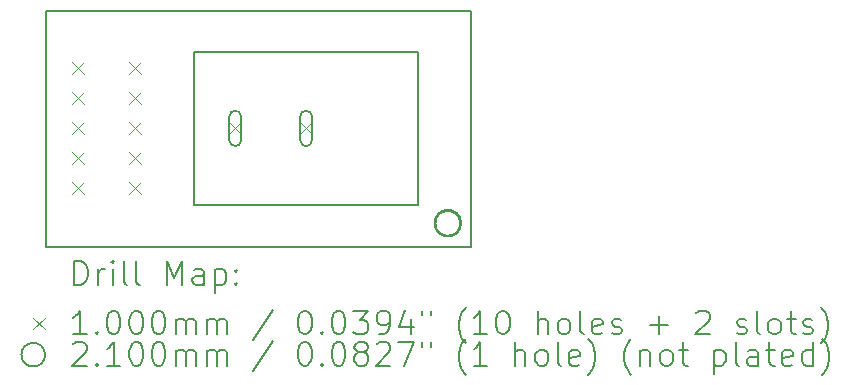
<source format=gbr>
%TF.GenerationSoftware,KiCad,Pcbnew,7.0.2-0*%
%TF.CreationDate,2023-08-02T16:53:46+09:00*%
%TF.ProjectId,LCD_board2,4c43445f-626f-4617-9264-322e6b696361,rev?*%
%TF.SameCoordinates,Original*%
%TF.FileFunction,Drillmap*%
%TF.FilePolarity,Positive*%
%FSLAX45Y45*%
G04 Gerber Fmt 4.5, Leading zero omitted, Abs format (unit mm)*
G04 Created by KiCad (PCBNEW 7.0.2-0) date 2023-08-02 16:53:46*
%MOMM*%
%LPD*%
G01*
G04 APERTURE LIST*
%ADD10C,0.200000*%
%ADD11C,0.100000*%
%ADD12C,0.210000*%
G04 APERTURE END LIST*
D10*
X13934400Y-9817100D02*
X15834400Y-9817100D01*
X16284400Y-9467100D02*
X12684400Y-9467100D01*
X16196900Y-11267100D02*
G75*
G03*
X16196900Y-11267100I-112500J0D01*
G01*
X16284400Y-11467100D02*
X16284400Y-9467100D01*
X15834400Y-11117100D02*
X13934400Y-11117100D01*
X12684400Y-9467100D02*
X12684400Y-11467100D01*
X13934400Y-11117100D02*
X13934400Y-9817100D01*
X12684400Y-11467100D02*
X16284400Y-11467100D01*
X15834400Y-9817100D02*
X15834400Y-11117100D01*
D11*
X12900000Y-9906800D02*
X13000000Y-10006800D01*
X13000000Y-9906800D02*
X12900000Y-10006800D01*
X12900000Y-10160800D02*
X13000000Y-10260800D01*
X13000000Y-10160800D02*
X12900000Y-10260800D01*
X12900000Y-10414800D02*
X13000000Y-10514800D01*
X13000000Y-10414800D02*
X12900000Y-10514800D01*
X12900000Y-10668800D02*
X13000000Y-10768800D01*
X13000000Y-10668800D02*
X12900000Y-10768800D01*
X12900000Y-10922800D02*
X13000000Y-11022800D01*
X13000000Y-10922800D02*
X12900000Y-11022800D01*
X13386600Y-9906800D02*
X13486600Y-10006800D01*
X13486600Y-9906800D02*
X13386600Y-10006800D01*
X13386600Y-10160800D02*
X13486600Y-10260800D01*
X13486600Y-10160800D02*
X13386600Y-10260800D01*
X13386600Y-10414800D02*
X13486600Y-10514800D01*
X13486600Y-10414800D02*
X13386600Y-10514800D01*
X13386600Y-10668800D02*
X13486600Y-10768800D01*
X13486600Y-10668800D02*
X13386600Y-10768800D01*
X13386600Y-10922800D02*
X13486600Y-11022800D01*
X13486600Y-10922800D02*
X13386600Y-11022800D01*
X14234400Y-10414800D02*
X14334400Y-10514800D01*
X14334400Y-10414800D02*
X14234400Y-10514800D01*
D10*
X14334400Y-10564800D02*
X14334400Y-10364800D01*
X14334400Y-10364800D02*
G75*
G03*
X14234400Y-10364800I-50000J0D01*
G01*
X14234400Y-10364800D02*
X14234400Y-10564800D01*
X14234400Y-10564800D02*
G75*
G03*
X14334400Y-10564800I50000J0D01*
G01*
D11*
X14834400Y-10414800D02*
X14934400Y-10514800D01*
X14934400Y-10414800D02*
X14834400Y-10514800D01*
D10*
X14934400Y-10564800D02*
X14934400Y-10364800D01*
X14934400Y-10364800D02*
G75*
G03*
X14834400Y-10364800I-50000J0D01*
G01*
X14834400Y-10364800D02*
X14834400Y-10564800D01*
X14834400Y-10564800D02*
G75*
G03*
X14934400Y-10564800I50000J0D01*
G01*
D12*
X16189366Y-11268733D02*
G75*
G03*
X16189366Y-11268733I-105000J0D01*
G01*
D10*
X12922019Y-11789624D02*
X12922019Y-11589624D01*
X12922019Y-11589624D02*
X12969638Y-11589624D01*
X12969638Y-11589624D02*
X12998209Y-11599148D01*
X12998209Y-11599148D02*
X13017257Y-11618195D01*
X13017257Y-11618195D02*
X13026781Y-11637243D01*
X13026781Y-11637243D02*
X13036305Y-11675338D01*
X13036305Y-11675338D02*
X13036305Y-11703909D01*
X13036305Y-11703909D02*
X13026781Y-11742005D01*
X13026781Y-11742005D02*
X13017257Y-11761052D01*
X13017257Y-11761052D02*
X12998209Y-11780100D01*
X12998209Y-11780100D02*
X12969638Y-11789624D01*
X12969638Y-11789624D02*
X12922019Y-11789624D01*
X13122019Y-11789624D02*
X13122019Y-11656290D01*
X13122019Y-11694386D02*
X13131543Y-11675338D01*
X13131543Y-11675338D02*
X13141067Y-11665814D01*
X13141067Y-11665814D02*
X13160114Y-11656290D01*
X13160114Y-11656290D02*
X13179162Y-11656290D01*
X13245828Y-11789624D02*
X13245828Y-11656290D01*
X13245828Y-11589624D02*
X13236305Y-11599148D01*
X13236305Y-11599148D02*
X13245828Y-11608671D01*
X13245828Y-11608671D02*
X13255352Y-11599148D01*
X13255352Y-11599148D02*
X13245828Y-11589624D01*
X13245828Y-11589624D02*
X13245828Y-11608671D01*
X13369638Y-11789624D02*
X13350590Y-11780100D01*
X13350590Y-11780100D02*
X13341067Y-11761052D01*
X13341067Y-11761052D02*
X13341067Y-11589624D01*
X13474400Y-11789624D02*
X13455352Y-11780100D01*
X13455352Y-11780100D02*
X13445828Y-11761052D01*
X13445828Y-11761052D02*
X13445828Y-11589624D01*
X13702971Y-11789624D02*
X13702971Y-11589624D01*
X13702971Y-11589624D02*
X13769638Y-11732481D01*
X13769638Y-11732481D02*
X13836305Y-11589624D01*
X13836305Y-11589624D02*
X13836305Y-11789624D01*
X14017257Y-11789624D02*
X14017257Y-11684862D01*
X14017257Y-11684862D02*
X14007733Y-11665814D01*
X14007733Y-11665814D02*
X13988686Y-11656290D01*
X13988686Y-11656290D02*
X13950590Y-11656290D01*
X13950590Y-11656290D02*
X13931543Y-11665814D01*
X14017257Y-11780100D02*
X13998209Y-11789624D01*
X13998209Y-11789624D02*
X13950590Y-11789624D01*
X13950590Y-11789624D02*
X13931543Y-11780100D01*
X13931543Y-11780100D02*
X13922019Y-11761052D01*
X13922019Y-11761052D02*
X13922019Y-11742005D01*
X13922019Y-11742005D02*
X13931543Y-11722957D01*
X13931543Y-11722957D02*
X13950590Y-11713433D01*
X13950590Y-11713433D02*
X13998209Y-11713433D01*
X13998209Y-11713433D02*
X14017257Y-11703909D01*
X14112495Y-11656290D02*
X14112495Y-11856290D01*
X14112495Y-11665814D02*
X14131543Y-11656290D01*
X14131543Y-11656290D02*
X14169638Y-11656290D01*
X14169638Y-11656290D02*
X14188686Y-11665814D01*
X14188686Y-11665814D02*
X14198209Y-11675338D01*
X14198209Y-11675338D02*
X14207733Y-11694386D01*
X14207733Y-11694386D02*
X14207733Y-11751528D01*
X14207733Y-11751528D02*
X14198209Y-11770576D01*
X14198209Y-11770576D02*
X14188686Y-11780100D01*
X14188686Y-11780100D02*
X14169638Y-11789624D01*
X14169638Y-11789624D02*
X14131543Y-11789624D01*
X14131543Y-11789624D02*
X14112495Y-11780100D01*
X14293448Y-11770576D02*
X14302971Y-11780100D01*
X14302971Y-11780100D02*
X14293448Y-11789624D01*
X14293448Y-11789624D02*
X14283924Y-11780100D01*
X14283924Y-11780100D02*
X14293448Y-11770576D01*
X14293448Y-11770576D02*
X14293448Y-11789624D01*
X14293448Y-11665814D02*
X14302971Y-11675338D01*
X14302971Y-11675338D02*
X14293448Y-11684862D01*
X14293448Y-11684862D02*
X14283924Y-11675338D01*
X14283924Y-11675338D02*
X14293448Y-11665814D01*
X14293448Y-11665814D02*
X14293448Y-11684862D01*
D11*
X12574400Y-12067100D02*
X12674400Y-12167100D01*
X12674400Y-12067100D02*
X12574400Y-12167100D01*
D10*
X13026781Y-12209624D02*
X12912495Y-12209624D01*
X12969638Y-12209624D02*
X12969638Y-12009624D01*
X12969638Y-12009624D02*
X12950590Y-12038195D01*
X12950590Y-12038195D02*
X12931543Y-12057243D01*
X12931543Y-12057243D02*
X12912495Y-12066767D01*
X13112495Y-12190576D02*
X13122019Y-12200100D01*
X13122019Y-12200100D02*
X13112495Y-12209624D01*
X13112495Y-12209624D02*
X13102971Y-12200100D01*
X13102971Y-12200100D02*
X13112495Y-12190576D01*
X13112495Y-12190576D02*
X13112495Y-12209624D01*
X13245828Y-12009624D02*
X13264876Y-12009624D01*
X13264876Y-12009624D02*
X13283924Y-12019148D01*
X13283924Y-12019148D02*
X13293448Y-12028671D01*
X13293448Y-12028671D02*
X13302971Y-12047719D01*
X13302971Y-12047719D02*
X13312495Y-12085814D01*
X13312495Y-12085814D02*
X13312495Y-12133433D01*
X13312495Y-12133433D02*
X13302971Y-12171528D01*
X13302971Y-12171528D02*
X13293448Y-12190576D01*
X13293448Y-12190576D02*
X13283924Y-12200100D01*
X13283924Y-12200100D02*
X13264876Y-12209624D01*
X13264876Y-12209624D02*
X13245828Y-12209624D01*
X13245828Y-12209624D02*
X13226781Y-12200100D01*
X13226781Y-12200100D02*
X13217257Y-12190576D01*
X13217257Y-12190576D02*
X13207733Y-12171528D01*
X13207733Y-12171528D02*
X13198209Y-12133433D01*
X13198209Y-12133433D02*
X13198209Y-12085814D01*
X13198209Y-12085814D02*
X13207733Y-12047719D01*
X13207733Y-12047719D02*
X13217257Y-12028671D01*
X13217257Y-12028671D02*
X13226781Y-12019148D01*
X13226781Y-12019148D02*
X13245828Y-12009624D01*
X13436305Y-12009624D02*
X13455352Y-12009624D01*
X13455352Y-12009624D02*
X13474400Y-12019148D01*
X13474400Y-12019148D02*
X13483924Y-12028671D01*
X13483924Y-12028671D02*
X13493448Y-12047719D01*
X13493448Y-12047719D02*
X13502971Y-12085814D01*
X13502971Y-12085814D02*
X13502971Y-12133433D01*
X13502971Y-12133433D02*
X13493448Y-12171528D01*
X13493448Y-12171528D02*
X13483924Y-12190576D01*
X13483924Y-12190576D02*
X13474400Y-12200100D01*
X13474400Y-12200100D02*
X13455352Y-12209624D01*
X13455352Y-12209624D02*
X13436305Y-12209624D01*
X13436305Y-12209624D02*
X13417257Y-12200100D01*
X13417257Y-12200100D02*
X13407733Y-12190576D01*
X13407733Y-12190576D02*
X13398209Y-12171528D01*
X13398209Y-12171528D02*
X13388686Y-12133433D01*
X13388686Y-12133433D02*
X13388686Y-12085814D01*
X13388686Y-12085814D02*
X13398209Y-12047719D01*
X13398209Y-12047719D02*
X13407733Y-12028671D01*
X13407733Y-12028671D02*
X13417257Y-12019148D01*
X13417257Y-12019148D02*
X13436305Y-12009624D01*
X13626781Y-12009624D02*
X13645829Y-12009624D01*
X13645829Y-12009624D02*
X13664876Y-12019148D01*
X13664876Y-12019148D02*
X13674400Y-12028671D01*
X13674400Y-12028671D02*
X13683924Y-12047719D01*
X13683924Y-12047719D02*
X13693448Y-12085814D01*
X13693448Y-12085814D02*
X13693448Y-12133433D01*
X13693448Y-12133433D02*
X13683924Y-12171528D01*
X13683924Y-12171528D02*
X13674400Y-12190576D01*
X13674400Y-12190576D02*
X13664876Y-12200100D01*
X13664876Y-12200100D02*
X13645829Y-12209624D01*
X13645829Y-12209624D02*
X13626781Y-12209624D01*
X13626781Y-12209624D02*
X13607733Y-12200100D01*
X13607733Y-12200100D02*
X13598209Y-12190576D01*
X13598209Y-12190576D02*
X13588686Y-12171528D01*
X13588686Y-12171528D02*
X13579162Y-12133433D01*
X13579162Y-12133433D02*
X13579162Y-12085814D01*
X13579162Y-12085814D02*
X13588686Y-12047719D01*
X13588686Y-12047719D02*
X13598209Y-12028671D01*
X13598209Y-12028671D02*
X13607733Y-12019148D01*
X13607733Y-12019148D02*
X13626781Y-12009624D01*
X13779162Y-12209624D02*
X13779162Y-12076290D01*
X13779162Y-12095338D02*
X13788686Y-12085814D01*
X13788686Y-12085814D02*
X13807733Y-12076290D01*
X13807733Y-12076290D02*
X13836305Y-12076290D01*
X13836305Y-12076290D02*
X13855352Y-12085814D01*
X13855352Y-12085814D02*
X13864876Y-12104862D01*
X13864876Y-12104862D02*
X13864876Y-12209624D01*
X13864876Y-12104862D02*
X13874400Y-12085814D01*
X13874400Y-12085814D02*
X13893448Y-12076290D01*
X13893448Y-12076290D02*
X13922019Y-12076290D01*
X13922019Y-12076290D02*
X13941067Y-12085814D01*
X13941067Y-12085814D02*
X13950590Y-12104862D01*
X13950590Y-12104862D02*
X13950590Y-12209624D01*
X14045829Y-12209624D02*
X14045829Y-12076290D01*
X14045829Y-12095338D02*
X14055352Y-12085814D01*
X14055352Y-12085814D02*
X14074400Y-12076290D01*
X14074400Y-12076290D02*
X14102971Y-12076290D01*
X14102971Y-12076290D02*
X14122019Y-12085814D01*
X14122019Y-12085814D02*
X14131543Y-12104862D01*
X14131543Y-12104862D02*
X14131543Y-12209624D01*
X14131543Y-12104862D02*
X14141067Y-12085814D01*
X14141067Y-12085814D02*
X14160114Y-12076290D01*
X14160114Y-12076290D02*
X14188686Y-12076290D01*
X14188686Y-12076290D02*
X14207733Y-12085814D01*
X14207733Y-12085814D02*
X14217257Y-12104862D01*
X14217257Y-12104862D02*
X14217257Y-12209624D01*
X14607733Y-12000100D02*
X14436305Y-12257243D01*
X14864876Y-12009624D02*
X14883924Y-12009624D01*
X14883924Y-12009624D02*
X14902972Y-12019148D01*
X14902972Y-12019148D02*
X14912495Y-12028671D01*
X14912495Y-12028671D02*
X14922019Y-12047719D01*
X14922019Y-12047719D02*
X14931543Y-12085814D01*
X14931543Y-12085814D02*
X14931543Y-12133433D01*
X14931543Y-12133433D02*
X14922019Y-12171528D01*
X14922019Y-12171528D02*
X14912495Y-12190576D01*
X14912495Y-12190576D02*
X14902972Y-12200100D01*
X14902972Y-12200100D02*
X14883924Y-12209624D01*
X14883924Y-12209624D02*
X14864876Y-12209624D01*
X14864876Y-12209624D02*
X14845829Y-12200100D01*
X14845829Y-12200100D02*
X14836305Y-12190576D01*
X14836305Y-12190576D02*
X14826781Y-12171528D01*
X14826781Y-12171528D02*
X14817257Y-12133433D01*
X14817257Y-12133433D02*
X14817257Y-12085814D01*
X14817257Y-12085814D02*
X14826781Y-12047719D01*
X14826781Y-12047719D02*
X14836305Y-12028671D01*
X14836305Y-12028671D02*
X14845829Y-12019148D01*
X14845829Y-12019148D02*
X14864876Y-12009624D01*
X15017257Y-12190576D02*
X15026781Y-12200100D01*
X15026781Y-12200100D02*
X15017257Y-12209624D01*
X15017257Y-12209624D02*
X15007733Y-12200100D01*
X15007733Y-12200100D02*
X15017257Y-12190576D01*
X15017257Y-12190576D02*
X15017257Y-12209624D01*
X15150591Y-12009624D02*
X15169638Y-12009624D01*
X15169638Y-12009624D02*
X15188686Y-12019148D01*
X15188686Y-12019148D02*
X15198210Y-12028671D01*
X15198210Y-12028671D02*
X15207733Y-12047719D01*
X15207733Y-12047719D02*
X15217257Y-12085814D01*
X15217257Y-12085814D02*
X15217257Y-12133433D01*
X15217257Y-12133433D02*
X15207733Y-12171528D01*
X15207733Y-12171528D02*
X15198210Y-12190576D01*
X15198210Y-12190576D02*
X15188686Y-12200100D01*
X15188686Y-12200100D02*
X15169638Y-12209624D01*
X15169638Y-12209624D02*
X15150591Y-12209624D01*
X15150591Y-12209624D02*
X15131543Y-12200100D01*
X15131543Y-12200100D02*
X15122019Y-12190576D01*
X15122019Y-12190576D02*
X15112495Y-12171528D01*
X15112495Y-12171528D02*
X15102972Y-12133433D01*
X15102972Y-12133433D02*
X15102972Y-12085814D01*
X15102972Y-12085814D02*
X15112495Y-12047719D01*
X15112495Y-12047719D02*
X15122019Y-12028671D01*
X15122019Y-12028671D02*
X15131543Y-12019148D01*
X15131543Y-12019148D02*
X15150591Y-12009624D01*
X15283924Y-12009624D02*
X15407733Y-12009624D01*
X15407733Y-12009624D02*
X15341067Y-12085814D01*
X15341067Y-12085814D02*
X15369638Y-12085814D01*
X15369638Y-12085814D02*
X15388686Y-12095338D01*
X15388686Y-12095338D02*
X15398210Y-12104862D01*
X15398210Y-12104862D02*
X15407733Y-12123909D01*
X15407733Y-12123909D02*
X15407733Y-12171528D01*
X15407733Y-12171528D02*
X15398210Y-12190576D01*
X15398210Y-12190576D02*
X15388686Y-12200100D01*
X15388686Y-12200100D02*
X15369638Y-12209624D01*
X15369638Y-12209624D02*
X15312495Y-12209624D01*
X15312495Y-12209624D02*
X15293448Y-12200100D01*
X15293448Y-12200100D02*
X15283924Y-12190576D01*
X15502972Y-12209624D02*
X15541067Y-12209624D01*
X15541067Y-12209624D02*
X15560114Y-12200100D01*
X15560114Y-12200100D02*
X15569638Y-12190576D01*
X15569638Y-12190576D02*
X15588686Y-12162005D01*
X15588686Y-12162005D02*
X15598210Y-12123909D01*
X15598210Y-12123909D02*
X15598210Y-12047719D01*
X15598210Y-12047719D02*
X15588686Y-12028671D01*
X15588686Y-12028671D02*
X15579162Y-12019148D01*
X15579162Y-12019148D02*
X15560114Y-12009624D01*
X15560114Y-12009624D02*
X15522019Y-12009624D01*
X15522019Y-12009624D02*
X15502972Y-12019148D01*
X15502972Y-12019148D02*
X15493448Y-12028671D01*
X15493448Y-12028671D02*
X15483924Y-12047719D01*
X15483924Y-12047719D02*
X15483924Y-12095338D01*
X15483924Y-12095338D02*
X15493448Y-12114386D01*
X15493448Y-12114386D02*
X15502972Y-12123909D01*
X15502972Y-12123909D02*
X15522019Y-12133433D01*
X15522019Y-12133433D02*
X15560114Y-12133433D01*
X15560114Y-12133433D02*
X15579162Y-12123909D01*
X15579162Y-12123909D02*
X15588686Y-12114386D01*
X15588686Y-12114386D02*
X15598210Y-12095338D01*
X15769638Y-12076290D02*
X15769638Y-12209624D01*
X15722019Y-12000100D02*
X15674400Y-12142957D01*
X15674400Y-12142957D02*
X15798210Y-12142957D01*
X15864876Y-12009624D02*
X15864876Y-12047719D01*
X15941067Y-12009624D02*
X15941067Y-12047719D01*
X16236305Y-12285814D02*
X16226781Y-12276290D01*
X16226781Y-12276290D02*
X16207734Y-12247719D01*
X16207734Y-12247719D02*
X16198210Y-12228671D01*
X16198210Y-12228671D02*
X16188686Y-12200100D01*
X16188686Y-12200100D02*
X16179162Y-12152481D01*
X16179162Y-12152481D02*
X16179162Y-12114386D01*
X16179162Y-12114386D02*
X16188686Y-12066767D01*
X16188686Y-12066767D02*
X16198210Y-12038195D01*
X16198210Y-12038195D02*
X16207734Y-12019148D01*
X16207734Y-12019148D02*
X16226781Y-11990576D01*
X16226781Y-11990576D02*
X16236305Y-11981052D01*
X16417257Y-12209624D02*
X16302972Y-12209624D01*
X16360114Y-12209624D02*
X16360114Y-12009624D01*
X16360114Y-12009624D02*
X16341067Y-12038195D01*
X16341067Y-12038195D02*
X16322019Y-12057243D01*
X16322019Y-12057243D02*
X16302972Y-12066767D01*
X16541067Y-12009624D02*
X16560115Y-12009624D01*
X16560115Y-12009624D02*
X16579162Y-12019148D01*
X16579162Y-12019148D02*
X16588686Y-12028671D01*
X16588686Y-12028671D02*
X16598210Y-12047719D01*
X16598210Y-12047719D02*
X16607734Y-12085814D01*
X16607734Y-12085814D02*
X16607734Y-12133433D01*
X16607734Y-12133433D02*
X16598210Y-12171528D01*
X16598210Y-12171528D02*
X16588686Y-12190576D01*
X16588686Y-12190576D02*
X16579162Y-12200100D01*
X16579162Y-12200100D02*
X16560115Y-12209624D01*
X16560115Y-12209624D02*
X16541067Y-12209624D01*
X16541067Y-12209624D02*
X16522019Y-12200100D01*
X16522019Y-12200100D02*
X16512495Y-12190576D01*
X16512495Y-12190576D02*
X16502972Y-12171528D01*
X16502972Y-12171528D02*
X16493448Y-12133433D01*
X16493448Y-12133433D02*
X16493448Y-12085814D01*
X16493448Y-12085814D02*
X16502972Y-12047719D01*
X16502972Y-12047719D02*
X16512495Y-12028671D01*
X16512495Y-12028671D02*
X16522019Y-12019148D01*
X16522019Y-12019148D02*
X16541067Y-12009624D01*
X16845829Y-12209624D02*
X16845829Y-12009624D01*
X16931543Y-12209624D02*
X16931543Y-12104862D01*
X16931543Y-12104862D02*
X16922019Y-12085814D01*
X16922019Y-12085814D02*
X16902972Y-12076290D01*
X16902972Y-12076290D02*
X16874400Y-12076290D01*
X16874400Y-12076290D02*
X16855353Y-12085814D01*
X16855353Y-12085814D02*
X16845829Y-12095338D01*
X17055353Y-12209624D02*
X17036305Y-12200100D01*
X17036305Y-12200100D02*
X17026781Y-12190576D01*
X17026781Y-12190576D02*
X17017258Y-12171528D01*
X17017258Y-12171528D02*
X17017258Y-12114386D01*
X17017258Y-12114386D02*
X17026781Y-12095338D01*
X17026781Y-12095338D02*
X17036305Y-12085814D01*
X17036305Y-12085814D02*
X17055353Y-12076290D01*
X17055353Y-12076290D02*
X17083924Y-12076290D01*
X17083924Y-12076290D02*
X17102972Y-12085814D01*
X17102972Y-12085814D02*
X17112496Y-12095338D01*
X17112496Y-12095338D02*
X17122019Y-12114386D01*
X17122019Y-12114386D02*
X17122019Y-12171528D01*
X17122019Y-12171528D02*
X17112496Y-12190576D01*
X17112496Y-12190576D02*
X17102972Y-12200100D01*
X17102972Y-12200100D02*
X17083924Y-12209624D01*
X17083924Y-12209624D02*
X17055353Y-12209624D01*
X17236305Y-12209624D02*
X17217258Y-12200100D01*
X17217258Y-12200100D02*
X17207734Y-12181052D01*
X17207734Y-12181052D02*
X17207734Y-12009624D01*
X17388686Y-12200100D02*
X17369639Y-12209624D01*
X17369639Y-12209624D02*
X17331543Y-12209624D01*
X17331543Y-12209624D02*
X17312496Y-12200100D01*
X17312496Y-12200100D02*
X17302972Y-12181052D01*
X17302972Y-12181052D02*
X17302972Y-12104862D01*
X17302972Y-12104862D02*
X17312496Y-12085814D01*
X17312496Y-12085814D02*
X17331543Y-12076290D01*
X17331543Y-12076290D02*
X17369639Y-12076290D01*
X17369639Y-12076290D02*
X17388686Y-12085814D01*
X17388686Y-12085814D02*
X17398210Y-12104862D01*
X17398210Y-12104862D02*
X17398210Y-12123909D01*
X17398210Y-12123909D02*
X17302972Y-12142957D01*
X17474400Y-12200100D02*
X17493448Y-12209624D01*
X17493448Y-12209624D02*
X17531543Y-12209624D01*
X17531543Y-12209624D02*
X17550591Y-12200100D01*
X17550591Y-12200100D02*
X17560115Y-12181052D01*
X17560115Y-12181052D02*
X17560115Y-12171528D01*
X17560115Y-12171528D02*
X17550591Y-12152481D01*
X17550591Y-12152481D02*
X17531543Y-12142957D01*
X17531543Y-12142957D02*
X17502972Y-12142957D01*
X17502972Y-12142957D02*
X17483924Y-12133433D01*
X17483924Y-12133433D02*
X17474400Y-12114386D01*
X17474400Y-12114386D02*
X17474400Y-12104862D01*
X17474400Y-12104862D02*
X17483924Y-12085814D01*
X17483924Y-12085814D02*
X17502972Y-12076290D01*
X17502972Y-12076290D02*
X17531543Y-12076290D01*
X17531543Y-12076290D02*
X17550591Y-12085814D01*
X17798210Y-12133433D02*
X17950591Y-12133433D01*
X17874401Y-12209624D02*
X17874401Y-12057243D01*
X18188686Y-12028671D02*
X18198210Y-12019148D01*
X18198210Y-12019148D02*
X18217258Y-12009624D01*
X18217258Y-12009624D02*
X18264877Y-12009624D01*
X18264877Y-12009624D02*
X18283924Y-12019148D01*
X18283924Y-12019148D02*
X18293448Y-12028671D01*
X18293448Y-12028671D02*
X18302972Y-12047719D01*
X18302972Y-12047719D02*
X18302972Y-12066767D01*
X18302972Y-12066767D02*
X18293448Y-12095338D01*
X18293448Y-12095338D02*
X18179162Y-12209624D01*
X18179162Y-12209624D02*
X18302972Y-12209624D01*
X18531543Y-12200100D02*
X18550591Y-12209624D01*
X18550591Y-12209624D02*
X18588686Y-12209624D01*
X18588686Y-12209624D02*
X18607734Y-12200100D01*
X18607734Y-12200100D02*
X18617258Y-12181052D01*
X18617258Y-12181052D02*
X18617258Y-12171528D01*
X18617258Y-12171528D02*
X18607734Y-12152481D01*
X18607734Y-12152481D02*
X18588686Y-12142957D01*
X18588686Y-12142957D02*
X18560115Y-12142957D01*
X18560115Y-12142957D02*
X18541067Y-12133433D01*
X18541067Y-12133433D02*
X18531543Y-12114386D01*
X18531543Y-12114386D02*
X18531543Y-12104862D01*
X18531543Y-12104862D02*
X18541067Y-12085814D01*
X18541067Y-12085814D02*
X18560115Y-12076290D01*
X18560115Y-12076290D02*
X18588686Y-12076290D01*
X18588686Y-12076290D02*
X18607734Y-12085814D01*
X18731543Y-12209624D02*
X18712496Y-12200100D01*
X18712496Y-12200100D02*
X18702972Y-12181052D01*
X18702972Y-12181052D02*
X18702972Y-12009624D01*
X18836305Y-12209624D02*
X18817258Y-12200100D01*
X18817258Y-12200100D02*
X18807734Y-12190576D01*
X18807734Y-12190576D02*
X18798210Y-12171528D01*
X18798210Y-12171528D02*
X18798210Y-12114386D01*
X18798210Y-12114386D02*
X18807734Y-12095338D01*
X18807734Y-12095338D02*
X18817258Y-12085814D01*
X18817258Y-12085814D02*
X18836305Y-12076290D01*
X18836305Y-12076290D02*
X18864877Y-12076290D01*
X18864877Y-12076290D02*
X18883924Y-12085814D01*
X18883924Y-12085814D02*
X18893448Y-12095338D01*
X18893448Y-12095338D02*
X18902972Y-12114386D01*
X18902972Y-12114386D02*
X18902972Y-12171528D01*
X18902972Y-12171528D02*
X18893448Y-12190576D01*
X18893448Y-12190576D02*
X18883924Y-12200100D01*
X18883924Y-12200100D02*
X18864877Y-12209624D01*
X18864877Y-12209624D02*
X18836305Y-12209624D01*
X18960115Y-12076290D02*
X19036305Y-12076290D01*
X18988686Y-12009624D02*
X18988686Y-12181052D01*
X18988686Y-12181052D02*
X18998210Y-12200100D01*
X18998210Y-12200100D02*
X19017258Y-12209624D01*
X19017258Y-12209624D02*
X19036305Y-12209624D01*
X19093448Y-12200100D02*
X19112496Y-12209624D01*
X19112496Y-12209624D02*
X19150591Y-12209624D01*
X19150591Y-12209624D02*
X19169639Y-12200100D01*
X19169639Y-12200100D02*
X19179163Y-12181052D01*
X19179163Y-12181052D02*
X19179163Y-12171528D01*
X19179163Y-12171528D02*
X19169639Y-12152481D01*
X19169639Y-12152481D02*
X19150591Y-12142957D01*
X19150591Y-12142957D02*
X19122020Y-12142957D01*
X19122020Y-12142957D02*
X19102972Y-12133433D01*
X19102972Y-12133433D02*
X19093448Y-12114386D01*
X19093448Y-12114386D02*
X19093448Y-12104862D01*
X19093448Y-12104862D02*
X19102972Y-12085814D01*
X19102972Y-12085814D02*
X19122020Y-12076290D01*
X19122020Y-12076290D02*
X19150591Y-12076290D01*
X19150591Y-12076290D02*
X19169639Y-12085814D01*
X19245829Y-12285814D02*
X19255353Y-12276290D01*
X19255353Y-12276290D02*
X19274401Y-12247719D01*
X19274401Y-12247719D02*
X19283924Y-12228671D01*
X19283924Y-12228671D02*
X19293448Y-12200100D01*
X19293448Y-12200100D02*
X19302972Y-12152481D01*
X19302972Y-12152481D02*
X19302972Y-12114386D01*
X19302972Y-12114386D02*
X19293448Y-12066767D01*
X19293448Y-12066767D02*
X19283924Y-12038195D01*
X19283924Y-12038195D02*
X19274401Y-12019148D01*
X19274401Y-12019148D02*
X19255353Y-11990576D01*
X19255353Y-11990576D02*
X19245829Y-11981052D01*
X12674400Y-12381100D02*
G75*
G03*
X12674400Y-12381100I-100000J0D01*
G01*
X12912495Y-12292671D02*
X12922019Y-12283148D01*
X12922019Y-12283148D02*
X12941067Y-12273624D01*
X12941067Y-12273624D02*
X12988686Y-12273624D01*
X12988686Y-12273624D02*
X13007733Y-12283148D01*
X13007733Y-12283148D02*
X13017257Y-12292671D01*
X13017257Y-12292671D02*
X13026781Y-12311719D01*
X13026781Y-12311719D02*
X13026781Y-12330767D01*
X13026781Y-12330767D02*
X13017257Y-12359338D01*
X13017257Y-12359338D02*
X12902971Y-12473624D01*
X12902971Y-12473624D02*
X13026781Y-12473624D01*
X13112495Y-12454576D02*
X13122019Y-12464100D01*
X13122019Y-12464100D02*
X13112495Y-12473624D01*
X13112495Y-12473624D02*
X13102971Y-12464100D01*
X13102971Y-12464100D02*
X13112495Y-12454576D01*
X13112495Y-12454576D02*
X13112495Y-12473624D01*
X13312495Y-12473624D02*
X13198209Y-12473624D01*
X13255352Y-12473624D02*
X13255352Y-12273624D01*
X13255352Y-12273624D02*
X13236305Y-12302195D01*
X13236305Y-12302195D02*
X13217257Y-12321243D01*
X13217257Y-12321243D02*
X13198209Y-12330767D01*
X13436305Y-12273624D02*
X13455352Y-12273624D01*
X13455352Y-12273624D02*
X13474400Y-12283148D01*
X13474400Y-12283148D02*
X13483924Y-12292671D01*
X13483924Y-12292671D02*
X13493448Y-12311719D01*
X13493448Y-12311719D02*
X13502971Y-12349814D01*
X13502971Y-12349814D02*
X13502971Y-12397433D01*
X13502971Y-12397433D02*
X13493448Y-12435528D01*
X13493448Y-12435528D02*
X13483924Y-12454576D01*
X13483924Y-12454576D02*
X13474400Y-12464100D01*
X13474400Y-12464100D02*
X13455352Y-12473624D01*
X13455352Y-12473624D02*
X13436305Y-12473624D01*
X13436305Y-12473624D02*
X13417257Y-12464100D01*
X13417257Y-12464100D02*
X13407733Y-12454576D01*
X13407733Y-12454576D02*
X13398209Y-12435528D01*
X13398209Y-12435528D02*
X13388686Y-12397433D01*
X13388686Y-12397433D02*
X13388686Y-12349814D01*
X13388686Y-12349814D02*
X13398209Y-12311719D01*
X13398209Y-12311719D02*
X13407733Y-12292671D01*
X13407733Y-12292671D02*
X13417257Y-12283148D01*
X13417257Y-12283148D02*
X13436305Y-12273624D01*
X13626781Y-12273624D02*
X13645829Y-12273624D01*
X13645829Y-12273624D02*
X13664876Y-12283148D01*
X13664876Y-12283148D02*
X13674400Y-12292671D01*
X13674400Y-12292671D02*
X13683924Y-12311719D01*
X13683924Y-12311719D02*
X13693448Y-12349814D01*
X13693448Y-12349814D02*
X13693448Y-12397433D01*
X13693448Y-12397433D02*
X13683924Y-12435528D01*
X13683924Y-12435528D02*
X13674400Y-12454576D01*
X13674400Y-12454576D02*
X13664876Y-12464100D01*
X13664876Y-12464100D02*
X13645829Y-12473624D01*
X13645829Y-12473624D02*
X13626781Y-12473624D01*
X13626781Y-12473624D02*
X13607733Y-12464100D01*
X13607733Y-12464100D02*
X13598209Y-12454576D01*
X13598209Y-12454576D02*
X13588686Y-12435528D01*
X13588686Y-12435528D02*
X13579162Y-12397433D01*
X13579162Y-12397433D02*
X13579162Y-12349814D01*
X13579162Y-12349814D02*
X13588686Y-12311719D01*
X13588686Y-12311719D02*
X13598209Y-12292671D01*
X13598209Y-12292671D02*
X13607733Y-12283148D01*
X13607733Y-12283148D02*
X13626781Y-12273624D01*
X13779162Y-12473624D02*
X13779162Y-12340290D01*
X13779162Y-12359338D02*
X13788686Y-12349814D01*
X13788686Y-12349814D02*
X13807733Y-12340290D01*
X13807733Y-12340290D02*
X13836305Y-12340290D01*
X13836305Y-12340290D02*
X13855352Y-12349814D01*
X13855352Y-12349814D02*
X13864876Y-12368862D01*
X13864876Y-12368862D02*
X13864876Y-12473624D01*
X13864876Y-12368862D02*
X13874400Y-12349814D01*
X13874400Y-12349814D02*
X13893448Y-12340290D01*
X13893448Y-12340290D02*
X13922019Y-12340290D01*
X13922019Y-12340290D02*
X13941067Y-12349814D01*
X13941067Y-12349814D02*
X13950590Y-12368862D01*
X13950590Y-12368862D02*
X13950590Y-12473624D01*
X14045829Y-12473624D02*
X14045829Y-12340290D01*
X14045829Y-12359338D02*
X14055352Y-12349814D01*
X14055352Y-12349814D02*
X14074400Y-12340290D01*
X14074400Y-12340290D02*
X14102971Y-12340290D01*
X14102971Y-12340290D02*
X14122019Y-12349814D01*
X14122019Y-12349814D02*
X14131543Y-12368862D01*
X14131543Y-12368862D02*
X14131543Y-12473624D01*
X14131543Y-12368862D02*
X14141067Y-12349814D01*
X14141067Y-12349814D02*
X14160114Y-12340290D01*
X14160114Y-12340290D02*
X14188686Y-12340290D01*
X14188686Y-12340290D02*
X14207733Y-12349814D01*
X14207733Y-12349814D02*
X14217257Y-12368862D01*
X14217257Y-12368862D02*
X14217257Y-12473624D01*
X14607733Y-12264100D02*
X14436305Y-12521243D01*
X14864876Y-12273624D02*
X14883924Y-12273624D01*
X14883924Y-12273624D02*
X14902972Y-12283148D01*
X14902972Y-12283148D02*
X14912495Y-12292671D01*
X14912495Y-12292671D02*
X14922019Y-12311719D01*
X14922019Y-12311719D02*
X14931543Y-12349814D01*
X14931543Y-12349814D02*
X14931543Y-12397433D01*
X14931543Y-12397433D02*
X14922019Y-12435528D01*
X14922019Y-12435528D02*
X14912495Y-12454576D01*
X14912495Y-12454576D02*
X14902972Y-12464100D01*
X14902972Y-12464100D02*
X14883924Y-12473624D01*
X14883924Y-12473624D02*
X14864876Y-12473624D01*
X14864876Y-12473624D02*
X14845829Y-12464100D01*
X14845829Y-12464100D02*
X14836305Y-12454576D01*
X14836305Y-12454576D02*
X14826781Y-12435528D01*
X14826781Y-12435528D02*
X14817257Y-12397433D01*
X14817257Y-12397433D02*
X14817257Y-12349814D01*
X14817257Y-12349814D02*
X14826781Y-12311719D01*
X14826781Y-12311719D02*
X14836305Y-12292671D01*
X14836305Y-12292671D02*
X14845829Y-12283148D01*
X14845829Y-12283148D02*
X14864876Y-12273624D01*
X15017257Y-12454576D02*
X15026781Y-12464100D01*
X15026781Y-12464100D02*
X15017257Y-12473624D01*
X15017257Y-12473624D02*
X15007733Y-12464100D01*
X15007733Y-12464100D02*
X15017257Y-12454576D01*
X15017257Y-12454576D02*
X15017257Y-12473624D01*
X15150591Y-12273624D02*
X15169638Y-12273624D01*
X15169638Y-12273624D02*
X15188686Y-12283148D01*
X15188686Y-12283148D02*
X15198210Y-12292671D01*
X15198210Y-12292671D02*
X15207733Y-12311719D01*
X15207733Y-12311719D02*
X15217257Y-12349814D01*
X15217257Y-12349814D02*
X15217257Y-12397433D01*
X15217257Y-12397433D02*
X15207733Y-12435528D01*
X15207733Y-12435528D02*
X15198210Y-12454576D01*
X15198210Y-12454576D02*
X15188686Y-12464100D01*
X15188686Y-12464100D02*
X15169638Y-12473624D01*
X15169638Y-12473624D02*
X15150591Y-12473624D01*
X15150591Y-12473624D02*
X15131543Y-12464100D01*
X15131543Y-12464100D02*
X15122019Y-12454576D01*
X15122019Y-12454576D02*
X15112495Y-12435528D01*
X15112495Y-12435528D02*
X15102972Y-12397433D01*
X15102972Y-12397433D02*
X15102972Y-12349814D01*
X15102972Y-12349814D02*
X15112495Y-12311719D01*
X15112495Y-12311719D02*
X15122019Y-12292671D01*
X15122019Y-12292671D02*
X15131543Y-12283148D01*
X15131543Y-12283148D02*
X15150591Y-12273624D01*
X15331543Y-12359338D02*
X15312495Y-12349814D01*
X15312495Y-12349814D02*
X15302972Y-12340290D01*
X15302972Y-12340290D02*
X15293448Y-12321243D01*
X15293448Y-12321243D02*
X15293448Y-12311719D01*
X15293448Y-12311719D02*
X15302972Y-12292671D01*
X15302972Y-12292671D02*
X15312495Y-12283148D01*
X15312495Y-12283148D02*
X15331543Y-12273624D01*
X15331543Y-12273624D02*
X15369638Y-12273624D01*
X15369638Y-12273624D02*
X15388686Y-12283148D01*
X15388686Y-12283148D02*
X15398210Y-12292671D01*
X15398210Y-12292671D02*
X15407733Y-12311719D01*
X15407733Y-12311719D02*
X15407733Y-12321243D01*
X15407733Y-12321243D02*
X15398210Y-12340290D01*
X15398210Y-12340290D02*
X15388686Y-12349814D01*
X15388686Y-12349814D02*
X15369638Y-12359338D01*
X15369638Y-12359338D02*
X15331543Y-12359338D01*
X15331543Y-12359338D02*
X15312495Y-12368862D01*
X15312495Y-12368862D02*
X15302972Y-12378386D01*
X15302972Y-12378386D02*
X15293448Y-12397433D01*
X15293448Y-12397433D02*
X15293448Y-12435528D01*
X15293448Y-12435528D02*
X15302972Y-12454576D01*
X15302972Y-12454576D02*
X15312495Y-12464100D01*
X15312495Y-12464100D02*
X15331543Y-12473624D01*
X15331543Y-12473624D02*
X15369638Y-12473624D01*
X15369638Y-12473624D02*
X15388686Y-12464100D01*
X15388686Y-12464100D02*
X15398210Y-12454576D01*
X15398210Y-12454576D02*
X15407733Y-12435528D01*
X15407733Y-12435528D02*
X15407733Y-12397433D01*
X15407733Y-12397433D02*
X15398210Y-12378386D01*
X15398210Y-12378386D02*
X15388686Y-12368862D01*
X15388686Y-12368862D02*
X15369638Y-12359338D01*
X15483924Y-12292671D02*
X15493448Y-12283148D01*
X15493448Y-12283148D02*
X15512495Y-12273624D01*
X15512495Y-12273624D02*
X15560114Y-12273624D01*
X15560114Y-12273624D02*
X15579162Y-12283148D01*
X15579162Y-12283148D02*
X15588686Y-12292671D01*
X15588686Y-12292671D02*
X15598210Y-12311719D01*
X15598210Y-12311719D02*
X15598210Y-12330767D01*
X15598210Y-12330767D02*
X15588686Y-12359338D01*
X15588686Y-12359338D02*
X15474400Y-12473624D01*
X15474400Y-12473624D02*
X15598210Y-12473624D01*
X15664876Y-12273624D02*
X15798210Y-12273624D01*
X15798210Y-12273624D02*
X15712495Y-12473624D01*
X15864876Y-12273624D02*
X15864876Y-12311719D01*
X15941067Y-12273624D02*
X15941067Y-12311719D01*
X16236305Y-12549814D02*
X16226781Y-12540290D01*
X16226781Y-12540290D02*
X16207734Y-12511719D01*
X16207734Y-12511719D02*
X16198210Y-12492671D01*
X16198210Y-12492671D02*
X16188686Y-12464100D01*
X16188686Y-12464100D02*
X16179162Y-12416481D01*
X16179162Y-12416481D02*
X16179162Y-12378386D01*
X16179162Y-12378386D02*
X16188686Y-12330767D01*
X16188686Y-12330767D02*
X16198210Y-12302195D01*
X16198210Y-12302195D02*
X16207734Y-12283148D01*
X16207734Y-12283148D02*
X16226781Y-12254576D01*
X16226781Y-12254576D02*
X16236305Y-12245052D01*
X16417257Y-12473624D02*
X16302972Y-12473624D01*
X16360114Y-12473624D02*
X16360114Y-12273624D01*
X16360114Y-12273624D02*
X16341067Y-12302195D01*
X16341067Y-12302195D02*
X16322019Y-12321243D01*
X16322019Y-12321243D02*
X16302972Y-12330767D01*
X16655353Y-12473624D02*
X16655353Y-12273624D01*
X16741067Y-12473624D02*
X16741067Y-12368862D01*
X16741067Y-12368862D02*
X16731543Y-12349814D01*
X16731543Y-12349814D02*
X16712496Y-12340290D01*
X16712496Y-12340290D02*
X16683924Y-12340290D01*
X16683924Y-12340290D02*
X16664876Y-12349814D01*
X16664876Y-12349814D02*
X16655353Y-12359338D01*
X16864877Y-12473624D02*
X16845829Y-12464100D01*
X16845829Y-12464100D02*
X16836305Y-12454576D01*
X16836305Y-12454576D02*
X16826781Y-12435528D01*
X16826781Y-12435528D02*
X16826781Y-12378386D01*
X16826781Y-12378386D02*
X16836305Y-12359338D01*
X16836305Y-12359338D02*
X16845829Y-12349814D01*
X16845829Y-12349814D02*
X16864877Y-12340290D01*
X16864877Y-12340290D02*
X16893448Y-12340290D01*
X16893448Y-12340290D02*
X16912496Y-12349814D01*
X16912496Y-12349814D02*
X16922019Y-12359338D01*
X16922019Y-12359338D02*
X16931543Y-12378386D01*
X16931543Y-12378386D02*
X16931543Y-12435528D01*
X16931543Y-12435528D02*
X16922019Y-12454576D01*
X16922019Y-12454576D02*
X16912496Y-12464100D01*
X16912496Y-12464100D02*
X16893448Y-12473624D01*
X16893448Y-12473624D02*
X16864877Y-12473624D01*
X17045829Y-12473624D02*
X17026781Y-12464100D01*
X17026781Y-12464100D02*
X17017258Y-12445052D01*
X17017258Y-12445052D02*
X17017258Y-12273624D01*
X17198210Y-12464100D02*
X17179162Y-12473624D01*
X17179162Y-12473624D02*
X17141067Y-12473624D01*
X17141067Y-12473624D02*
X17122019Y-12464100D01*
X17122019Y-12464100D02*
X17112496Y-12445052D01*
X17112496Y-12445052D02*
X17112496Y-12368862D01*
X17112496Y-12368862D02*
X17122019Y-12349814D01*
X17122019Y-12349814D02*
X17141067Y-12340290D01*
X17141067Y-12340290D02*
X17179162Y-12340290D01*
X17179162Y-12340290D02*
X17198210Y-12349814D01*
X17198210Y-12349814D02*
X17207734Y-12368862D01*
X17207734Y-12368862D02*
X17207734Y-12387909D01*
X17207734Y-12387909D02*
X17112496Y-12406957D01*
X17274400Y-12549814D02*
X17283924Y-12540290D01*
X17283924Y-12540290D02*
X17302972Y-12511719D01*
X17302972Y-12511719D02*
X17312496Y-12492671D01*
X17312496Y-12492671D02*
X17322019Y-12464100D01*
X17322019Y-12464100D02*
X17331543Y-12416481D01*
X17331543Y-12416481D02*
X17331543Y-12378386D01*
X17331543Y-12378386D02*
X17322019Y-12330767D01*
X17322019Y-12330767D02*
X17312496Y-12302195D01*
X17312496Y-12302195D02*
X17302972Y-12283148D01*
X17302972Y-12283148D02*
X17283924Y-12254576D01*
X17283924Y-12254576D02*
X17274400Y-12245052D01*
X17636305Y-12549814D02*
X17626781Y-12540290D01*
X17626781Y-12540290D02*
X17607734Y-12511719D01*
X17607734Y-12511719D02*
X17598210Y-12492671D01*
X17598210Y-12492671D02*
X17588686Y-12464100D01*
X17588686Y-12464100D02*
X17579162Y-12416481D01*
X17579162Y-12416481D02*
X17579162Y-12378386D01*
X17579162Y-12378386D02*
X17588686Y-12330767D01*
X17588686Y-12330767D02*
X17598210Y-12302195D01*
X17598210Y-12302195D02*
X17607734Y-12283148D01*
X17607734Y-12283148D02*
X17626781Y-12254576D01*
X17626781Y-12254576D02*
X17636305Y-12245052D01*
X17712496Y-12340290D02*
X17712496Y-12473624D01*
X17712496Y-12359338D02*
X17722019Y-12349814D01*
X17722019Y-12349814D02*
X17741067Y-12340290D01*
X17741067Y-12340290D02*
X17769639Y-12340290D01*
X17769639Y-12340290D02*
X17788686Y-12349814D01*
X17788686Y-12349814D02*
X17798210Y-12368862D01*
X17798210Y-12368862D02*
X17798210Y-12473624D01*
X17922019Y-12473624D02*
X17902972Y-12464100D01*
X17902972Y-12464100D02*
X17893448Y-12454576D01*
X17893448Y-12454576D02*
X17883924Y-12435528D01*
X17883924Y-12435528D02*
X17883924Y-12378386D01*
X17883924Y-12378386D02*
X17893448Y-12359338D01*
X17893448Y-12359338D02*
X17902972Y-12349814D01*
X17902972Y-12349814D02*
X17922019Y-12340290D01*
X17922019Y-12340290D02*
X17950591Y-12340290D01*
X17950591Y-12340290D02*
X17969639Y-12349814D01*
X17969639Y-12349814D02*
X17979162Y-12359338D01*
X17979162Y-12359338D02*
X17988686Y-12378386D01*
X17988686Y-12378386D02*
X17988686Y-12435528D01*
X17988686Y-12435528D02*
X17979162Y-12454576D01*
X17979162Y-12454576D02*
X17969639Y-12464100D01*
X17969639Y-12464100D02*
X17950591Y-12473624D01*
X17950591Y-12473624D02*
X17922019Y-12473624D01*
X18045829Y-12340290D02*
X18122019Y-12340290D01*
X18074400Y-12273624D02*
X18074400Y-12445052D01*
X18074400Y-12445052D02*
X18083924Y-12464100D01*
X18083924Y-12464100D02*
X18102972Y-12473624D01*
X18102972Y-12473624D02*
X18122019Y-12473624D01*
X18341067Y-12340290D02*
X18341067Y-12540290D01*
X18341067Y-12349814D02*
X18360115Y-12340290D01*
X18360115Y-12340290D02*
X18398210Y-12340290D01*
X18398210Y-12340290D02*
X18417258Y-12349814D01*
X18417258Y-12349814D02*
X18426781Y-12359338D01*
X18426781Y-12359338D02*
X18436305Y-12378386D01*
X18436305Y-12378386D02*
X18436305Y-12435528D01*
X18436305Y-12435528D02*
X18426781Y-12454576D01*
X18426781Y-12454576D02*
X18417258Y-12464100D01*
X18417258Y-12464100D02*
X18398210Y-12473624D01*
X18398210Y-12473624D02*
X18360115Y-12473624D01*
X18360115Y-12473624D02*
X18341067Y-12464100D01*
X18550591Y-12473624D02*
X18531543Y-12464100D01*
X18531543Y-12464100D02*
X18522020Y-12445052D01*
X18522020Y-12445052D02*
X18522020Y-12273624D01*
X18712496Y-12473624D02*
X18712496Y-12368862D01*
X18712496Y-12368862D02*
X18702972Y-12349814D01*
X18702972Y-12349814D02*
X18683924Y-12340290D01*
X18683924Y-12340290D02*
X18645829Y-12340290D01*
X18645829Y-12340290D02*
X18626781Y-12349814D01*
X18712496Y-12464100D02*
X18693448Y-12473624D01*
X18693448Y-12473624D02*
X18645829Y-12473624D01*
X18645829Y-12473624D02*
X18626781Y-12464100D01*
X18626781Y-12464100D02*
X18617258Y-12445052D01*
X18617258Y-12445052D02*
X18617258Y-12426005D01*
X18617258Y-12426005D02*
X18626781Y-12406957D01*
X18626781Y-12406957D02*
X18645829Y-12397433D01*
X18645829Y-12397433D02*
X18693448Y-12397433D01*
X18693448Y-12397433D02*
X18712496Y-12387909D01*
X18779162Y-12340290D02*
X18855353Y-12340290D01*
X18807734Y-12273624D02*
X18807734Y-12445052D01*
X18807734Y-12445052D02*
X18817258Y-12464100D01*
X18817258Y-12464100D02*
X18836305Y-12473624D01*
X18836305Y-12473624D02*
X18855353Y-12473624D01*
X18998210Y-12464100D02*
X18979162Y-12473624D01*
X18979162Y-12473624D02*
X18941067Y-12473624D01*
X18941067Y-12473624D02*
X18922020Y-12464100D01*
X18922020Y-12464100D02*
X18912496Y-12445052D01*
X18912496Y-12445052D02*
X18912496Y-12368862D01*
X18912496Y-12368862D02*
X18922020Y-12349814D01*
X18922020Y-12349814D02*
X18941067Y-12340290D01*
X18941067Y-12340290D02*
X18979162Y-12340290D01*
X18979162Y-12340290D02*
X18998210Y-12349814D01*
X18998210Y-12349814D02*
X19007734Y-12368862D01*
X19007734Y-12368862D02*
X19007734Y-12387909D01*
X19007734Y-12387909D02*
X18912496Y-12406957D01*
X19179162Y-12473624D02*
X19179162Y-12273624D01*
X19179162Y-12464100D02*
X19160115Y-12473624D01*
X19160115Y-12473624D02*
X19122020Y-12473624D01*
X19122020Y-12473624D02*
X19102972Y-12464100D01*
X19102972Y-12464100D02*
X19093448Y-12454576D01*
X19093448Y-12454576D02*
X19083924Y-12435528D01*
X19083924Y-12435528D02*
X19083924Y-12378386D01*
X19083924Y-12378386D02*
X19093448Y-12359338D01*
X19093448Y-12359338D02*
X19102972Y-12349814D01*
X19102972Y-12349814D02*
X19122020Y-12340290D01*
X19122020Y-12340290D02*
X19160115Y-12340290D01*
X19160115Y-12340290D02*
X19179162Y-12349814D01*
X19255353Y-12549814D02*
X19264877Y-12540290D01*
X19264877Y-12540290D02*
X19283924Y-12511719D01*
X19283924Y-12511719D02*
X19293448Y-12492671D01*
X19293448Y-12492671D02*
X19302972Y-12464100D01*
X19302972Y-12464100D02*
X19312496Y-12416481D01*
X19312496Y-12416481D02*
X19312496Y-12378386D01*
X19312496Y-12378386D02*
X19302972Y-12330767D01*
X19302972Y-12330767D02*
X19293448Y-12302195D01*
X19293448Y-12302195D02*
X19283924Y-12283148D01*
X19283924Y-12283148D02*
X19264877Y-12254576D01*
X19264877Y-12254576D02*
X19255353Y-12245052D01*
M02*

</source>
